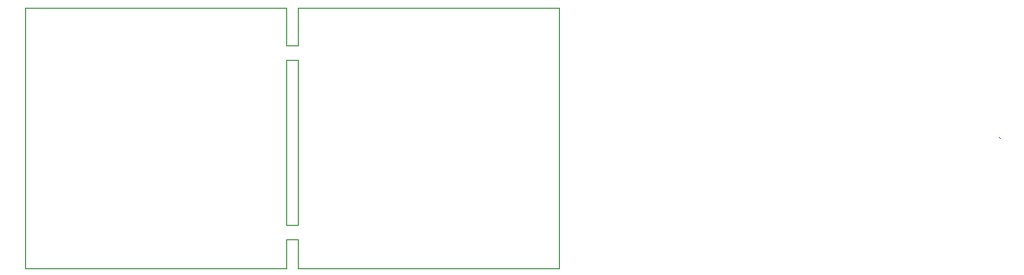
<source format=gm1>
G04 #@! TF.FileFunction,Profile,NP*
%FSLAX46Y46*%
G04 Gerber Fmt 4.6, Leading zero omitted, Abs format (unit mm)*
G04 Created by KiCad (PCBNEW 4.0.7) date Fri May 25 09:25:36 2018*
%MOMM*%
%LPD*%
G01*
G04 APERTURE LIST*
%ADD10C,0.150000*%
%ADD11C,0.100000*%
G04 APERTURE END LIST*
D10*
D11*
X117856000Y-104902000D02*
X118872000Y-104902000D01*
X118872000Y-119380000D02*
X118872000Y-104902000D01*
X117856000Y-119380000D02*
X118872000Y-119380000D01*
X117856000Y-104902000D02*
X117856000Y-119380000D01*
X117856000Y-120650000D02*
X117856000Y-123190000D01*
X118872000Y-120650000D02*
X117856000Y-120650000D01*
X118872000Y-123190000D02*
X118872000Y-120650000D01*
X141732000Y-123190000D02*
X118872000Y-123190000D01*
X141732000Y-100330000D02*
X141732000Y-123190000D01*
X118872000Y-100330000D02*
X141732000Y-100330000D01*
X118872000Y-103632000D02*
X118872000Y-100330000D01*
X117856000Y-103632000D02*
X118872000Y-103632000D01*
X117856000Y-100330000D02*
X117856000Y-103632000D01*
X94996000Y-123190000D02*
X94996000Y-100330000D01*
X117856000Y-123190000D02*
X94996000Y-123190000D01*
X94996000Y-100330000D02*
X117856000Y-100330000D01*
X180341666Y-111760000D02*
G75*
G03X180341666Y-111760000I-1666J0D01*
G01*
X180337500Y-111760000D02*
X180342500Y-111760000D01*
X180340000Y-111757500D02*
X180340000Y-111762500D01*
M02*

</source>
